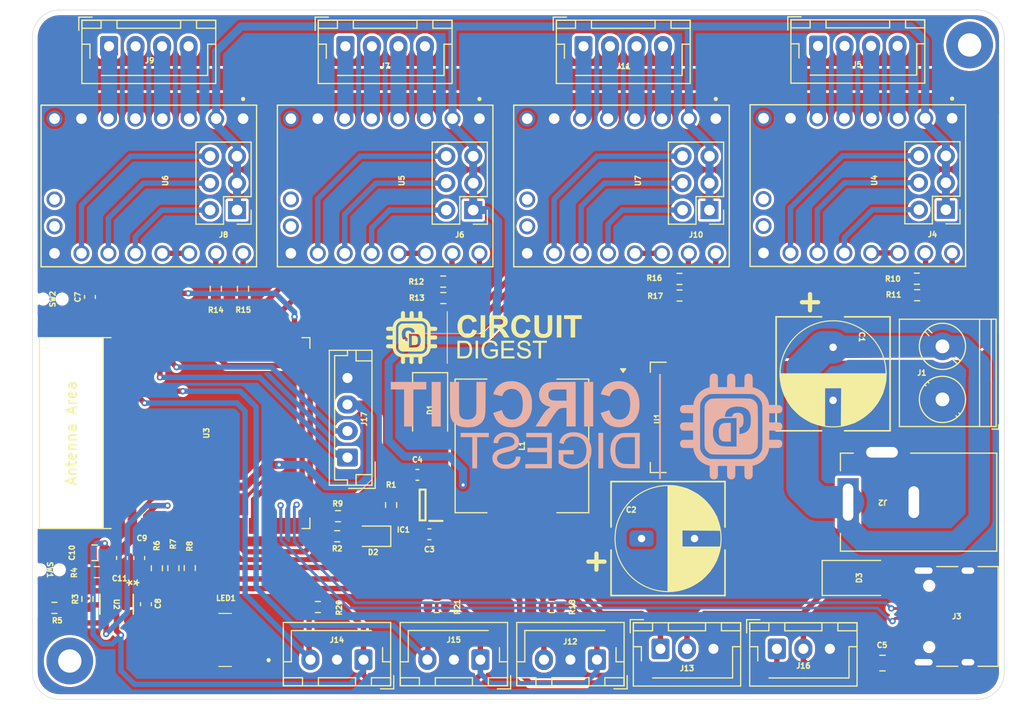
<source format=kicad_pcb>
(kicad_pcb (version 20240108) (generator "pcbnew") (generator_version "8.0")
  (layers (0 "F.Cu" signal) (31 "B.Cu" signal) (34 "B.Paste" user) (35 "F.Paste" user) (36 "B.SilkS" user "B.Silkscreen") (37 "F.SilkS" user "F.Silkscreen") (38 "B.Mask" user) (39 "F.Mask" user) (44 "Edge.Cuts" user))
  (net 0 "")
  (net 1 "VCC")
  (net 2 "GND")
  (net 3 "+5V")
  (net 4 "Net-(IC1-SENSE{slash}ADJ)")
  (net 5 "/EN")
  (net 6 "/IO9")
  (net 7 "Net-(U2-CDELAY)")
  (net 8 "+3.3V")
  (net 9 "Net-(D1-K)")
  (net 10 "Net-(D2-Pad2)")
  (net 11 "VBUS")
  (net 13 "/D-")
  (net 14 "/D+")
  (net 18 "Net-(J4-Pin_4)")
  (net 19 "Net-(J4-Pin_2)")
  (net 20 "Net-(J4-Pin_6)")
  (net 21 "Net-(J5-Pin_3)")
  (net 22 "Net-(J5-Pin_4)")
  (net 23 "Net-(J5-Pin_1)")
  (net 24 "Net-(J5-Pin_2)")
  (net 25 "Net-(J6-Pin_2)")
  (net 26 "Net-(J6-Pin_4)")
  (net 27 "Net-(J6-Pin_6)")
  (net 28 "Net-(J7-Pin_1)")
  (net 29 "Net-(J7-Pin_3)")
  (net 30 "Net-(J7-Pin_2)")
  (net 31 "Net-(J7-Pin_4)")
  (net 32 "Net-(J8-Pin_4)")
  (net 33 "Net-(J8-Pin_2)")
  (net 34 "Net-(J8-Pin_6)")
  (net 35 "Net-(J9-Pin_3)")
  (net 36 "Net-(J9-Pin_4)")
  (net 37 "Net-(J9-Pin_2)")
  (net 38 "Net-(J9-Pin_1)")
  (net 39 "Net-(J10-Pin_2)")
  (net 40 "Net-(J10-Pin_4)")
  (net 41 "Net-(J10-Pin_6)")
  (net 42 "Net-(J11-Pin_2)")
  (net 43 "Net-(J11-Pin_4)")
  (net 44 "Net-(J11-Pin_3)")
  (net 45 "Net-(J11-Pin_1)")
  (net 46 "/IO0")
  (net 47 "/IO1")
  (net 48 "/IO2")
  (net 49 "/IO3")
  (net 50 "/IO7")
  (net 51 "/RX")
  (net 52 "/TX")
  (net 53 "Net-(LED1-A_G)")
  (net 54 "Net-(LED1-A_B)")
  (net 55 "Net-(LED1-A_R)")
  (net 56 "Net-(U2-IN)")
  (net 57 "Net-(U3-MTMS{slash}GPIO4{slash}ADC1_CH4)")
  (net 58 "Net-(U3-MTDI{slash}GPIO5{slash}ADC1_CH5)")
  (net 59 "Net-(U3-MTCK{slash}GPIO6{slash}ADC1_CH6)")
  (net 60 "/IO8")
  (net 61 "/IO10")
  (net 62 "Net-(U4-STEP)")
  (net 63 "/IO11")
  (net 64 "Net-(U4-DIR)")
  (net 65 "Net-(U5-STEP)")
  (net 66 "/IO18")
  (net 67 "Net-(U5-DIR)")
  (net 68 "/IO19")
  (net 69 "Net-(U6-STEP)")
  (net 70 "/IO20")
  (net 71 "/IO21")
  (net 72 "Net-(U6-DIR)")
  (net 73 "Net-(U7-STEP)")
  (net 74 "/IO22")
  (net 75 "Net-(U7-DIR)")
  (net 76 "/IO23")
  (net 80 "Net-(U4-CLK)")
  (net 82 "Net-(U5-CLK)")
  (net 86 "Net-(U6-CLK)")
  (net 88 "Net-(U7-CLK)")
  (footprint "MountingHole:MountingHole_2.2mm_M2_Pad" (layer "F.Cu") (at 170.20972 50.19972)
    (property "Reference" "H1" (hide yes))
    (property "Value" "MountingHole")
  )
  (footprint "Connector_JST:JST_XH_B3B-XH-AM_1x03_P2.50mm_Vertical" (layer "F.Cu") (at 152.038126 107.13278)
    (property "Reference" "J16")
    (property "Value" "Conn_01x03")
  )
  (footprint "Capacitor_SMD:C_0805_2012Metric" (layer "F.Cu") (at 87.715206 98.07768 180)
    (property "Reference" "C10")
    (property "Value" "10uF")
  )
  (footprint "Resistor_SMD:R_0603_1608Metric" (layer "F.Cu") (at 83.925526 103.27452 180)
    (property "Reference" "R5")
    (property "Value" "10K")
  )
  (footprint "Capacitor_SMD:C_0603_1608Metric" (layer "F.Cu") (at 92.552606 102.92654 90)
    (property "Reference" "C8")
    (property "Value" "0.1uF")
  )
  (footprint "Capacitor_SMD:C_0603_1608Metric" (layer "F.Cu") (at 119.277 96.3337 180)
    (property "Reference" "C3")
    (property "Value" "2.2uF")
  )
  (footprint "Connector_JST:JST_EH_B4B-EH-A_1x04_P2.50mm_Vertical" (layer "F.Cu") (at 111.551806 89.09816 90)
    (property "Reference" "J17")
    (property "Value" "Conn_01x04")
  )
  (footprint "Connector_JST:JST_XH_B3B-XH-AM_1x03_P2.50mm_Vertical" (layer "F.Cu") (at 124.085186 108.15742 180)
    (property "Reference" "J15")
    (property "Value" "Conn_01x03")
  )
  (footprint "Connector_JST:JST_XH_B3B-XH-AM_1x03_P2.50mm_Vertical" (layer "F.Cu") (at 141.062839 107.131649)
    (property "Reference" "J13")
    (property "Value" "Conn_01x03")
  )
  (footprint "Diode_SMD:D_SMA" (layer "F.Cu") (at 159.819066 100.45258)
    (property "Reference" "D3")
    (property "Value" "SS34")
  )
  (footprint "Connector_USB:USB_C_Receptacle_HRO_TYPE-C-31-M-12" (layer "F.Cu") (at 169.000246 104.0797 90)
    (property "Reference" "J3")
    (property "Value" "USB_C_Receptacle_USB2.0")
  )
  (footprint "LED_SMD:LED_0805_2012Metric" (layer "F.Cu") (at 113.95126 96.51916 180)
    (property "Reference" "D2")
    (property "Value" "LED")
  )
  (footprint "Resistor_SMD:R_0603_1608Metric" (layer "F.Cu") (at 96.68688 99.51382 90)
    (property "Reference" "R8")
    (property "Value" "1K")
  )
  (footprint "TMC2209_SILENTSTEPSTICK:MODULE_TMC2209_SILENTSTEPSTICK" (layer "F.Cu") (at 138.948686 62.99408 90)
    (property "Reference" "U7")
    (property "Value" "TMC2209_SILENTSTEPSTICK")
  )
  (footprint "Resistor_SMD:R_0603_1608Metric" (layer "F.Cu") (at 130.816486 103.1925 180)
    (property "Reference" "R18")
    (property "Value" "10K")
  )
  (footprint "3x4x2:Tactile 3x4x2mm TS-A010" (layer "F.Cu") (at 83.754046 74.1585 -90)
    (property "Reference" "SW2")
    (property "Value" "BOOT")
  )
  (footprint "Connector_JST:JST_XH_B3B-XH-AM_1x03_P2.50mm_Vertical" (layer "F.Cu") (at 135.074306 108.15742 180)
    (property "Reference" "J12")
    (property "Value" "Conn_01x03")
  )
  (footprint "TMC2209_SILENTSTEPSTICK:MODULE_TMC2209_SILENTSTEPSTICK" (layer "F.Cu") (at 116.666113 62.99408 90)
    (property "Reference" "U5")
    (property "Value" "TMC2209_SILENTSTEPSTICK")
  )
  (footprint "TerminalBlock_Phoenix:TerminalBlock_Phoenix_PT-1,5-2-5.0-H_1x02_P5.00mm_Horizontal" (layer "F.Cu") (at 167.650246 83.6162 90)
    (property "Reference" "J1")
    (property "Value" "Screw_Terminal_2_P5.00mm")
  )
  (footprint "330uf 35v:CAP_J-V_10X10P5_RUB" (layer "F.Cu") (at 157.337466 81.2051 -90)
    (property "Reference" "C1")
    (property "Value" "330uF")
  )
  (footprint "Inductor_SMD:L_12x12mm_H8mm" (layer "F.Cu") (at 128 88 -90)
    (property "Reference" "L1")
    (property "Value" "47uH")
  )
  (footprint "330uf 35v:CAP_J-V_10X10P5_RUB" (layer "F.Cu") (at 141.77696 96.7376)
    (property "Reference" "C2")
    (property "Value" "330uF")
  )
  (footprint "MountingHole:MountingHole_2.2mm_M2_Pad" (layer "F.Cu") (at 85.37118 108.2819)
    (property "Reference" "H2" (hide yes))
    (property "Value" "MountingHole")
  )
  (footprint "Resistor_SMD:R_0603_1608Metric" (layer "F.Cu") (at 120.59082 74.06302)
    (property "Reference" "R13")
    (property "Value" "1K")
  )
  (footprint "Connector_PinHeader_2.54mm:PinHeader_2x03_P2.54mm_Vertical" (layer "F.Cu") (at 167.97452 65.73356 180)
    (property "Reference" "J4")
    (property "Value" "Conn_02x03_Top_Bottom")
  )
  (footprint "Resistor_SMD:R_0603_1608Metric" (layer "F.Cu") (at 87.037026 102.42489 90)
    (property "Reference" "R3")
    (property "Value" "47K")
  )
  (footprint "Connector_JST:JST_XH_B4B-XH-AM_1x04_P2.50mm_Vertical" (layer "F.Cu") (at 89.07354 50.32496)
    (property "Reference" "J9")
    (property "Value" "Conn_01x04")
  )
  (footprint "Connector_JST:JST_XH_B4B-XH-AM_1x04_P2.50mm_Vertical" (layer "F.Cu") (at 111.356113 50.32496)
    (property "Reference" "J7")
    (property "Value" "Conn_01x04")
  )
  (footprint "Connector_JST:JST_XH_B3B-XH-AM_1x03_P2.50mm_Vertical" (layer "F.Cu") (at 113.063686 108.15742 180)
    (property "Reference" "J14")
    (property "Value" "Conn_01x03")
  )
  (footprint "Capacitor_SMD:C_0603_1608Metric" (layer "F.Cu") (at 118.1467 90.733)
    (property "Reference" "C4")
    (property "Value" "NC")
  )
  (footprint "Resistor_SMD:R_0603_1608Metric" (layer "F.Cu") (at 110.660266 94.62582 180)
    (property "Reference" "R9")
    (property "Value" "10K")
  )
  (footprint "TMC2209_SILENTSTEPSTICK:MODULE_TMC2209_SILENTSTEPSTICK" (layer "F.Cu") (at 161.23126 62.96106 90)
    (property "Reference" "U4")
    (property "Value" "TMC2209_SILENTSTEPSTICK")
  )
  (footprint "Diode_SMD:D_SMA" (layer "F.Cu") (at 119.34368 84.60504 -90)
    (property "Reference" "D1")
    (property "Value" "SS34")
  )
  (footprint "Resistor_SMD:R_0603_1608Metric" (layer "F.Cu") (at 142.86154 73.82426)
    (property "Reference" "R17")
    (property "Value" "1K")
  )
  (footprint "Resistor_SMD:R_0603_1608Metric" (layer "F.Cu") (at 99.14052 73.18164 90)
    (property "Reference" "R14")
    (property "Value" "1K")
  )
  (footprint "Resistor_SMD:R_0603_1608Metric" (layer "F.Cu") (at 101.70338 73.18164 90)
    (property "Reference" "R15")
    (property "Value" "1K")
  )
  (footprint "Resistor_SMD:R_0603_1608Metric" (layer "F.Cu") (at 95.13994 99.52906 90)
    (property "Reference" "R7")
    (property "Value" "1K")
  )
  (footprint "Resistor_SMD:R_0603_1608Metric" (layer "F.Cu") (at 142.86154 72.25962)
    (property "Reference" "R16")
    (property "Value" "1K")
  )
  (footprint "Resistor_SMD:R_0603_1608Metric" (layer "F.Cu") (at 115.66766 93.57276 90)
    (property "Reference" "R1")
    (property "Value" "0")
  )
  (footprint "Resistor_SMD:R_0603_1608Metric" (layer "F.Cu") (at 87.923486 99.89886 180)
    (property "Reference" "R4")
    (property "Value" "10K")
  )
  (footprint "Resistor_SMD:R_0603_1608Metric" (layer "F.Cu") (at 165.265186 73.79274)
    (property "Reference" "R11")
    (property "Value" "1K")
  )
  (footprint "Capacitor_SMD:C_0603_1608Metric" (layer "F.Cu") (at 87.274486 73.9556 -90)
    (property "Reference" "C7")
    (property "Value" "0.1uF")
  )
  (footprint "Connector_PinHeader_2.54mm:PinHeader_2x03_P2.54mm_Vertical" (layer "F.Cu") (at 145.684246 65.76658 180)
    (property "Reference" "J10")
    (property "Value" "Conn_02x03_Top_Bottom")
  )
  (footprint "MAX6899AAZT_T:MAX6899AAZT+T" (layer "F.Cu") (at 89.782766 102.92654 -90)
    (property "Reference" "U2")
    (property "Value" "MAX6899AAZT+T")
  )
  (footprint "Espressif:ESP32-C6-WROOM-1" (layer "F.Cu") (at 98.262446 86.79276 90)
    (property "Reference" "U3")
    (property "Value" "ESP32-C6-WROOM-1")
  )
  (footprint "5050 LED:150505M173300" (layer "F.Cu") (at 100.018026 106.29712 180)
    (property "Reference" "LED1")
    (property "Value" "150505M173300" (hide yes))
  )
  (footprint "Connector_PinHeader_2.54mm:PinHeader_2x03_P2.54mm_Vertical" (layer "F.Cu") (at 101.1395 65.76658 180)
    (property "Reference" "J8")
    (property "Value" "Conn_02x03_Top_Bottom")
  )
  (footprint "Capacitor_SMD:C_0603_1608Metric" (layer "F.Cu") (at 91.923986 98.57044 -90)
    (property "Reference" "C9")
    (property "Value" "0.1uF")
  )
  (footprint "Resistor_SMD:R_0603_1608Metric" (layer "F.Cu") (at 93.581146 99.53564 90)
    (property "Reference" "R6")
    (property "Value" "1K")
  )
  (footprint "Connector_JST:JST_XH_B4B-XH-AM_1x04_P2.50mm_Vertical" (layer "F.Cu") (at 155.92126 50.29194)
    (property "Reference" "J5")
    (property "Value" "Conn_01x04")
  )
  (footprint "Resistor_SMD:R_0603_1608Metric" (layer "F.Cu") (at 120.5832 72.50854)
    (property "Reference" "R12")
    (property "Value" "1K")
  )
  (footprint "Resistor_SMD:R_0603_1608Metric" (layer "F.Cu") (at 165.237246 72.23572)
    (property "Reference" "R10")
    (property "Value" "1K")
  )
  (footprint "Capacitor_SMD:C_0603_1608Metric" (layer "F.Cu") (at 90.295846 98.57044 -90)
    (property "Reference" "C11")
    (property "Value" "0.1uF")
  )
  (footprint "Package_TO_SOT_SMD:TO-263-5_TabPin3" (layer "F.Cu") (at 144.92862 85.31136)
    (property "Reference" "U1")
    (property "Value" "LM2596S-5")
  )
  (footprint "Resistor_SMD:R_0603_1608Metric" (layer "F.Cu") (at 108.762186 103.1925 180)
    (property "Reference" "R20")
    (property "Value" "10K")
  )
  (footprint "Connector_PinHeader_2.54mm:PinHeader_2x03_P2.54mm_Vertical" (layer "F.Cu") (at 123.409373 65.76658 180)
    (property "Reference" "J6")
    (property "Value" "Conn_02x03_Top_Bottom")
  )
  (footprint "3x4x2:Tactile 3x4x2mm TS-A010" (layer "F.Cu") (at 83.491186 99.68296 -90)
    (property "Reference" "SW1")
    (property "Value" "RST")
  )
  (footprint "TMC2209_SILENTSTEPSTICK:MODULE_TMC2209_SILENTSTEPSTICK" (layer "F.Cu") (at 94.38354 62.99408 90)
    (property "Reference" "U6")
    (property "Value" "TMC2209_SILENTSTEPSTICK")
  )
  (footprint "Capacitor_SMD:C_0805_2012Metric" (layer "F.Cu") (at 161.996206 108.47898)
    (property "Reference" "C5")
    (property "Value" "10uF")
  )
  (footprint "Resistor_SMD:R_0603_1608Metric" (layer "F.Cu") (at 110.58346 96.51916)
    (property "Reference" "R2")
    (property "Value" "10K")
  )
  (footprint "Connector_BarrelJack:BarrelJack_Kycon_KLDX-0202-xC_Horizontal" (layer "F.Cu") (at 158.750246 93.30304 180)
    (property "Reference" "J2")
    (property "Value" "Barrel_Jack_Switch")
  )
  (footprint "Resistor_SMD:R_0603_1608Metric" (layer "F.Cu") (at 119.964666 103.1925 180)
    (property "Reference" "R21")
    (property "Value" "10K")
  )
  (footprint "ADP7118AUJZ-3.3-R7:SOT95P280X100-5N" (layer "F.Cu") (at 118.63724 93.57276 180)
    (property "Reference" "IC1")
    (property "Value" "ADP7118AUJZ-3.3-R7" (hide yes))
  )
  (footprint "Connector_JST:JST_XH_B4B-XH-AM_1x04_P2.50mm_Vertical" (layer "F.Cu") (at 133.806326 50.32496)
    (property "Reference" "J11")
    (property "Value" "Conn_01x04")
  )
  (footprint "LOGO" (layer "F.Cu") (at 124.41582 77.7828)
    (property "Reference" "G***" (hide yes))
    (property "Value" "LOGO" (hide yes))
  )
  (footprint "LOGO" (layer "B.Cu") (at 134.10582 86.1728 180)
    (property "Reference" "G***" (hide yes))
    (property "Value" "LOGO" (hide yes))
  )
  (gr_arc (start 170.92092 46.9028) (mid 172.725951 47.650469) (end 173.47362 49.4555) (stroke (width 0.05)) (layer "Edge.Cuts"))
  (gr_line (start 84.40852 111.90394) (end 170.92092 111.90394) (stroke (width 0.05)) (layer "Edge.Cuts"))
  (gr_arc (start 173.47362 109.35124) (mid 172.725937 111.156246) (end 170.92092 111.90394) (stroke (width 0.05)) (layer "Edge.Cuts"))
  (gr_line (start 170.92092 46.9028) (end 84.40852 46.9028) (stroke (width 0.05)) (layer "Edge.Cuts"))
  (gr_line (start 173.47362 109.35124) (end 173.47362 49.4555) (stroke (width 0.05)) (layer "Edge.Cuts"))
  (gr_arc (start 84.40852 111.90394) (mid 82.603489 111.156271) (end 81.85582 109.35124) (stroke (width 0.05)) (layer "Edge.Cuts"))
  (gr_arc (start 81.85582 49.4555) (mid 82.603489 47.650469) (end 84.40852 46.9028) (stroke (width 0.05)) (layer "Edge.Cuts"))
  (gr_line (start 81.85582 49.4555) (end 81.85582 109.35124) (stroke (width 0.05)) (layer "Edge.Cuts"))
  (segment (start 83.93354 55.36608) (end 83.93354 57.14408) (width 2.032) (layer "F.Cu") (net 1))
  (segment (start 106.216113 57.14408) (end 106.216113 53.617713) (width 2.032) (layer "F.Cu") (net 1))
  (segment (start 167.650246 78.6162) (end 170.05328 78.6162) (width 2.032) (layer "F.Cu") (net 1))
  (segment (start 171.5229 57.00946) (end 167.9669 53.45346) (width 2.032) (layer "F.Cu") (net 1))
  (segment (start 150.78126 53.49664) (end 150.73808 53.45346) (width 2.032) (layer "F.Cu") (net 1))
  (segment (start 106.216113 53.617713) (end 106.05186 53.45346) (width 2.032) (layer "F.Cu") (net 1))
  (segment (start 85.84616 53.45346) (end 83.93354 55.36608) (width 2.032) (layer "F.Cu") (net 1))
  (segment (start 171.5229 77.14658) (end 171.5229 57.00946) (width 2.032) (layer "F.Cu") (net 1))
  (segment (start 106.05186 53.45346) (end 85.84616 53.45346) (width 2.032) (layer "F.Cu") (net 1))
  (segment (start 167.9669 53.45346) (end 150.73808 53.45346) (width 2.032) (layer "F.Cu") (net 1))
  (segment (start 128.498686 57.14408) (end 128.498686 53.634646) (width 2.032) (layer "F.Cu") (net 1))
  (segment (start 128.498686 53.634646) (end 128.3175 53.45346) (width 2.032) (layer "F.Cu") (net 1))
  (segment (start 170.05328 78.6162) (end 171.5229 77.14658) (width 2.032) (layer "F.Cu") (net 1))
  (segment (start 128.3175 53.45346) (end 106.05186 53.45346) (width 2.032) (layer "F.Cu") (net 1))
  (segment (start 150.78126 57.11106) (end 150.78126 53.49664) (width 2.032) (layer "F.Cu") (net 1))
  (segment (start 150.73808 53.45346) (end 128.3175 53.45346) (width 2.032) (layer "F.Cu") (net 1))
  (segment (start 167.650246 78.6162) (end 157.426366 78.6162) (width 2.032) (layer "B.Cu") (net 1))
  (segment (start 160.16656 97.0297) (end 158.750246 95.613386) (width 2.032) (layer "B.Cu") (net 1))
  (segment (start 154.45156 91.88112) (end 155.87348 93.30304) (width 3.048) (layer "B.Cu") (net 1))
  (segment (start 169.47462 78.6162) (end 171.14952 80.2911) (width 2.032) (layer "B.Cu") (net 1))
  (segment (start 171.10888 81.70842) (end 171.10888 94.9215) (width 2.032) (layer "B.Cu") (net 1))
  (segment (start 158.750246 95.613386) (end 158.750246 93.30304) (width 2.032) (layer "B.Cu") (net 1))
  (segment (start 171.10888 94.9215) (end 169.00068 97.0297) (width 2.032) (layer "B.Cu") (net 1))
  (segment (start 171.14952 80.2911) (end 171.14952 81.66778) (width 2.032) (layer "B.Cu") (net 1))
  (segment (start 155.87348 93.30304) (end 158.750246 93.30304) (width 3.048) (layer "B.Cu") (net 1))
  (segment (start 156.40332 78.7051) (end 154.45156 80.65686) (width 3.048) (layer "B.Cu") (net 1))
  (segment (start 167.650246 78.6162) (end 169.47462 78.6162) (width 2.032) (layer "B.Cu") (net 1))
  (segment (start 169.00068 97.0297) (end 160.16656 97.0297) (width 2.032) (layer "B.Cu") (net 1))
  (segment (start 154.45156 80.65686) (end 154.45156 91.88112) (width 3.048) (layer "B.Cu") (net 1))
  (segment (start 171.14952 81.66778) (end 171.10888 81.70842) (width 2.032) (layer "B.Cu") (net 1))
  (segment (start 157.426366 78.6162) (end 157.337466 78.7051) (width 2.032) (layer "B.Cu") (net 1))
  (segment (start 157.337466 78.7051) (end 156.40332 78.7051) (width 3.048) (layer "B.Cu") (net 1))
  (segment (start 146.42862 85.31136) (end 137.27862 85.31136) (width 1.143) (layer "F.Cu") (net 2))
  (segment (start 143.37862 88.71136) (end 144.00362 88.08636) (width 1.27) (layer "F.Cu") (net 2))
  (segment (start 137.27862 88.71136) (end 143.37862 88.71136) (width 1.143) (layer "F.Cu") (net 2))
  (segment (start 154.471646 103.8) (end 155.085823 103.185823) (width 0.508) (layer "F.Cu") (net 3))
  (segment (start 154.538126 107.13278) (end 154.538126 103.73352) (width 0.508) (layer "F.Cu") (net 3))
  (segment (start 160.529546 108.99564) (end 155.2796 108.99564) (width 0.508) (layer "F.Cu") (net 3))
  (segment (start 161.046206 108.47898) (end 160.529546 108.99564) (width 0.508) (layer "F.Cu") (net 3))
  (segment (start 155.2796 108.99564) (end 154.538126 108.254166) (width 0.508) (layer "F.Cu") (net 3))
  (segment (start 128 92.95) (end 123.72472 92.95) (width 0.762) (layer "F.Cu") (net 3))
  (segment (start 145.2 103.8) (end 154.471646 103.8) (width 0.508) (layer "F.Cu") (net 3))
  (segment (start 155.085823 103.185823) (end 157.819066 100.45258) (width 0.508) (layer "F.Cu") (net 3))
  (segment (start 123.72472 92.95) (end 122.45264 91.67792) (width 0.762) (layer "F.Cu") (net 3))
  (segment (start 143.562839 107.131649) (end 143.562839 105.437161) (width 0.508) (layer "F.Cu") (net 3))
  (segment (start 154.538126 108.254166) (end 154.538126 107.13278) (width 0.508) (layer "F.Cu") (net 3))
  (segment (start 143.562839 105.437161) (end 145.2 103.8) (width 0.508) (layer "F.Cu") (net 3))
  (segment (start 154.538126 103.73352) (end 155.085823 103.185823) (width 0.508) (layer "F.Cu") (net 3))
  (via (at 122.45264 91.67792) (size 0.6) (drill 0.3) (layers "F.Cu" "B.Cu") (net 3))
  (segment (start 99.17354 57.7105) (end 101.1395 59.67646) (width 0.762) (layer "B.Cu") (net 3))
  (segment (start 145.684246 60.68658) (end 145.684246 65.76658) (width 0.762) (layer "B.Cu") (net 3))
  (segment (start 143.65402 48.45474) (end 121.38584 48.45474) (width 0.762) (layer "B.Cu") (net 3))
  (segment (start 121.456113 57.14408) (end 121.456113 48.525013) (width 0.762) (layer "B.Cu") (net 3))
  (segment (start 115.43462 80.11838) (end 117.5098 78.0432) (width 0.762) (layer "B.Cu") (net 3))
  (segment (start 121.456113 57.768073) (end 123.409373 59.721333) (width 0.762) (layer "B.Cu") (net 3))
  (segment (start 122.45264 91.67792) (end 122.45264 90.25806) (width 0.762) (layer "B.Cu") (net 3))
  (segment (start 125.63272 73.91316) (end 125.7521 73.79378) (width 0.762) (layer "B.Cu") (net 3))
  (segment (start 115.43462 87.51486) (end 115.43462 80.11838) (width 0.762) (layer "B.Cu") (net 3))
  (segment (start 143.738686 57.14408) (end 143.738686 57.675786) (width 0.762) (layer "B.Cu") (net 3))
  (segment (start 167.97452 59.46564) (end 167.97452 60.65356) (width 0.762) (layer "B.Cu") (net 3))
  (segment (start 124.22556 78.0432) (end 125.63272 76.63604) (width 0.762) (layer "B.Cu") (net 3))
  (segment (start 125.7521 66.8418) (end 124.67688 65.76658) (width 0.762) (layer "B.Cu") (net 3))
  (segment (start 166.02126 57.51238) (end 167.97452 59.46564) (width 0.762) (layer "B.Cu") (net 3))
  (segment (start 99.17354 57.14408) (end 99.17354 57.7105) (width 0.762) (layer "B.Cu") (net 3))
  (segment (start 121.18264 88.98806) (end 116.90782 88.98806) (width 0.762) (layer "B.Cu") (net 3))
  (segment (start 122.45264 90.25806) (end 121.18264 88.98806) (width 0.762) (layer "B.Cu") (net 3))
  (segment (start 121.456113 48.525013) (end 121.38584 48.45474) (width 0.762) (layer "B.Cu") (net 3))
  (segment (start 166.02126 57.11106) (end 166.02126 49.81364) (width 0.762) (layer "B.Cu") (net 3))
  (segment (start 116.90782 88.98806) (end 115.43462 87.51486) (width 0.762) (layer "B.Cu") (net 3))
  (segment (start 166.02126 49.81364) (end 164.66236 48.45474) (width 0.762) (layer "B.Cu") (net 3))
  (segment (start 143.738686 57.14408) (end 143.738686 48.539406) (width 0.762) (layer "B.Cu") (net 3))
  (segment (start 123.409373 60.68658) (end 123.409373 65.76658) (width 0.762) (layer "B.Cu") (net 3))
  (segment (start 125.63272 76.63604) (end 125.63272 73.91316) (width 0.762) (layer "B.Cu") (net 3))
  (segment (start 121.456113 57.14408) (end 121.456113 57.768073) (width 0.762) (layer "B.Cu") (net 3))
  (segment (start 101.1395 59.67646) (end 101.1395 60.68658) (width 0.762) (layer "B.Cu") (net 3))
  (segment (start 101.5332 48.45474) (end 99.17354 50.8144) (width 0.762) (layer "B.Cu") (net 3))
  (segment (start 125.7521 73.79378) (end 125.7521 66.8418) (width 0.762) (layer "B.Cu") (net 3))
  (segment (start 143.738686 57.675786) (end 145.684246 59.621346) (width 0.762) (layer "B.Cu") (net 3))
  (segment (start 166.02126 57.11106) (end 166.02126 57.51238) (width 0.762) (layer "B.Cu") (net 3))
  (segment (start 124.67688 65.76658) (end 123.409373 65.76658) (width 0.762) (layer "B.Cu") (net 3))
  (segment (start 143.738686 48.539406) (end 143.65402 48.45474) (width 0.762) (layer "B.Cu") (net 3))
  (segment (start 123.409373 59.721333) (end 123.409373 60.68658) (width 0.762) (layer "B.Cu") (net 3))
  (segment (start 121.38584 48.45474) (end 101.5332 48.45474) (width 0.762) (layer "B.Cu") (net 3))
  (segment (start 101.1395 60.68658) (end 101.1395 65.76658) (width 0.762) (layer "B.Cu") (net 3))
  (segment (start 164.66236 48.45474) (end 143.65402 48.45474) (width 0.762) (layer "B.Cu") (net 3))
  (segment (start 117.5098 78.0432) (end 124.22556 78.0432) (width 0.762) (layer "B.Cu") (net 3))
  (segment (start 145.684246 59.621346) (end 145.684246 60.68658) (width 0.762) (layer "B.Cu") (net 3))
  (segment (start 167.97452 60.65356) (end 167.97452 65.73356) (width 0.762) (layer "B.Cu") (net 3))
  (segment (start 99.17354 50.8144) (end 99.17354 57.14408) (width 0.762) (layer "B.Cu") (net 3))
  (segment (start 117.3717 90.733) (end 117.3717 92.60722) (width 0.508) (layer "F.Cu") (net 4))
  (segment (start 117.26224 92.74776) (end 117.38724 92.62276) (width 0.508) (layer "F.Cu") (net 4))
  (segment (start 115.66766 92.74776) (end 117.26224 92.74776) (width 0.508) (layer "F.Cu") (net 4))
  (segment (start 117.3717 92.60722) (end 117.38724 92.62276) (width 0.508) (layer "F.Cu") (net 4))
  (segment (start 83.100526 102.17362) (end 83.491186 101.78296) (width 0.508) (layer "F.Cu") (net 5))
  (segment (start 88.80018 104.222775) (end 88.832765 104.19019) (width 0.508) (layer "F.Cu") (net 5))
  (segment (start 92.542446 94.59676) (end 93.508026 93.63118) (width 0.508) (layer "F.Cu") (net 5))
  (segment (start 92.542446 97.17698) (end 91.923986 97.79544) (width 0.508) (layer "F.Cu") (net 5))
  (segment (start 93.508026 93.63118) (end 94.5863 93.63118) (width 0.508) (layer "F.Cu") (net 5))
  (segment (start 83.100526 103.27452) (end 83.100526 102.17362) (width 0.508) (layer "F.Cu") (net 5))
  (segment (start 92.542446 95.54276) (end 92.542446 97.17698) (width 0.508) (layer "F.Cu") (net 5))
  (segment (start 83.100526 104.035126) (end 83.76082 104.69542) (width 0.508) (layer "F.Cu") (net 5))
  (segment (start 88.80018 105.73428) (end 88.80018 104.222775) (width 0.508) (layer "F.Cu") (net 5))
  (segment (start 92.542446 95.54276) (end 92.542446 94.59676) (width 0.508) (layer "F.Cu") (net 5))
  (segment (start 88.327535 104.69542) (end 88.832765 104.19019) (width 0.508) (layer "F.Cu") (net 5))
  (segment (start 83.100526 103.27452) (end 83.100526 104.035126) (width 0.508) (layer "F.Cu") (net 5))
  (segment (start 83.76082 104.69542) (end 88.327535 104.69542) (width 0.508) (layer "F.Cu") (net 5))
  (via (at 88.80018 105.73428) (size 0.6) (drill 0.3) (layers "F.Cu" "B.Cu") (net 5))
  (via (at 94.5863 93.63118) (size 0.6) (drill 0.3) (layers "F.Cu" "B.Cu") (net 5))
  (segment (start 92.64066 93.64388) (end 90.789 95.49554) (width 0.508) (layer "B.Cu") (net 5))
  (segment (start 93.13342 93.64388) (end 92.64066 93.64388) (width 0.508) (layer "B.Cu") (net 5))
  (segment (start 93.14612 93.63118) (end 93.13342 93.64388) (width 0.508) (layer "B.Cu") (net 5))
  (segment (start 90.789 95.49554) (end 90.789 103.74038) (width 0.508) (layer "B.Cu") (net 5))
  (segment (start 94.5863 93.63118) (end 93.14612 93.63118) (width 0.508) (layer "B.Cu") (net 5))
  (segment (start 88.80018 105.7292) (end 88.80018 105.73428) (width 0.508) (layer "B.Cu") (net 5))
  (segment (start 90.789 103.74038) (end 88.80018 105.7292) (width 0.508) (layer "B.Cu") (net 5))
  (segment (start 88.34298 74.82248) (end 89.55202 73.61344) (width 0.508) (layer "F.Cu") (net 6))
  (segment (start 85.746586 76.2585) (end 87.274486 74.7306) (width 0.508) (layer "F.Cu") (net 6))
  (segment (start 89.55202 73.61344) (end 96.54464 73.61344) (width 0.508) (layer "F.Cu") (net 6))
  (segment (start 83.754046 76.2585) (end 85.746586 76.2585) (width 0.508) (layer "F.Cu") (net 6))
  (segment (start 87.274486 74.7306) (end 87.366366 74.82248) (width 0.508) (layer "F.Cu") (net 6))
  (segment (start 106.55986 75.8207) (end 106.55986 77.995346) (width 0.508) (layer "F.Cu") (net 6))
  (segment (start 106.55986 77.995346) (end 106.512446 78.04276) (width 0.508) (layer "F.Cu") (net 6))
  (segment (start 87.366366 74.82248) (end 88.34298 74.82248) (width 0.508) (layer "F.Cu") (net 6))
  (via (at 106.55986 75.8207) (size 0.6) (drill 0.3) (layers "F.Cu" "B.Cu") (net 6))
  (via (at 96.54464 73.61344) (size 0.6) (drill 0.3) (layers "F.Cu" "B.Cu") (net 6))
  (segment (start 106.14076 74.98504) (end 106.55986 75.40414) (width 0.508) (layer "B.Cu") (net 6))
  (segment (start 96.54464 73.61344) (end 104.76916 73.61344) (width 0.508) (layer "B.Cu") (net 6))
  (segment (start 104.76916 73.61344) (end 106.14076 74.98504) (width 0.508) (layer "B.Cu") (net 6))
  (segment (start 106.55986 75.40414) (end 106.55986 75.8207) (width 0.508) (layer "B.Cu") (net 6))
  (segment (start 91.221417 103.70154) (end 90.732767 104.19019) (width 0.508) (layer "F.Cu") (net 7))
  (segment (start 92.552606 103.70154) (end 91.221417 103.70154) (width 0.508) (layer "F.Cu") (net 7))
  (segment (start 113.063686 105.098166) (end 113.063686 108.15742) (width 0.508) (layer "F.Cu") (net 8))
  (segment (start 89.782766 105.436706) (end 90.1921 105.84604) (width 0.508) (layer "F.Cu") (net 8))
  (segment (start 89.782766 104.19019) (end 89.782766 105.436706) (width 0.508) (layer "F.Cu") (net 8))
  (segment (start 93.14104 91.84048) (end 91.272446 93.709074) (width 0.762) (layer "F.Cu") (net 8))
  (segment (start 111.15802 103.1925) (end 113.063686 105.098166) (width 0.508) (layer "F.Cu") (net 8))
  (segment (start 88.665206 97.190074) (end 88.665206 98.07768) (width 0.508) (layer "F.Cu") (net 8))
  (segment (start 88.67064 97.18464) (end 88.665206 97.190074) (width 0.508) (layer "F.Cu") (net 8))
  (segment (start 117.38724 94.52276) (end 115.79266 94.52276) (width 0.762) (layer "F.Cu") (net 8))
  (segment (start 131.641486 103.1925) (end 132.5499 103.1925) (width 0.508) (layer "F.Cu") (net 8))
  (segment (start 111.485266 94.118514) (end 114.27384 91.32994) (width 0.762) (layer "F.Cu") (net 8))
  (segment (start 101.87102 91.84048) (end 93.14104 91.84048) (width 0.762) (layer "F.Cu") (net 8))
  (segment (start 122.26544 103.1925) (end 124.085186 105.012246) (width 0.508) (layer "F.Cu") (net 8))
  (segment (start 112.9882 84.09816) (end 111.551806 84.09816) (width 0.762) (layer "F.Cu") (net 8))
  (segment (start 123.3391 110.31898) (end 124.085186 109.572894) (width 0.508) (layer "F.Cu") (net 8))
  (segment (start 124.085186 109.572894) (end 124.085186 108.15742) (width 0.508) (layer "F.Cu") (net 8))
  (segment (start 115.66766 94.39776) (end 111.713326 94.39776) (width 0.762) (layer "F.Cu") (net 8))
  (segment (start 109.75846 96.51916) (end 109.75846 96.352626) (width 0.762) (layer "F.Cu") (net 8))
  (segment (start 114.27384 91.32994) (end 114.27384 85.3838) (width 0.762) (layer "F.Cu") (net 8))
  (segment (start 90.295846 97.703194) (end 91.28684 96.7122) (width 0.762) (layer "F.Cu") (net 8))
  (segment (start 89.782766 104.19019) (end 89.782766 103.406641) (width 0.508) (layer "F.Cu") (net 8))
  (segment (start 124.085186 105.012246) (end 124.085186 108.15742) (width 0.508) (layer "F.Cu") (net 8))
  (segment (start 89.369745 102.99362) (end 87.293296 102.99362) (width 0.508) (layer "F.Cu") (net 8))
  (segment (start 89.782766 103.406641) (end 89.369745 102.99362) (width 0.508) (layer "F.Cu") (net 8))
  (segment (start 88.665206 98.07768) (end 90.013606 98.07768) (width 0.762) (layer "F.Cu") (net 8))
  (segment (start 135.074306 105.716906) (end 135.074306 108.15742) (width 0.508) (layer "F.Cu") (net 8))
  (segment (start 109.587186 103.1925) (end 111.15802 103.1925) (width 0.508) (layer "F.Cu") (net 8))
  (segment (start 105.10952 89.78816) (end 103.92334 89.78816) (width 0.762) (layer "F.Cu") (net 8))
  (segment (start 91.272446 93.709074) (end 91.272446 95.54276) (width 0.762) (layer "F.Cu") (net 8))
  (segment (start 114.27384 85.3838) (end 112.9882 84.09816) (width 0.762) (layer "F.Cu") (net 8))
  (segment (start 113.063686 109.599046) (end 113.78362 110.31898) (width 0.508) (layer "F.Cu") (net 8))
  (segment (start 113.063686 108.15742) (end 113.063686 109.599046) (width 0.508) (layer "F.Cu") (net 8))
  (segment (start 111.485266 94.62582) (end 111.485266 94.118514) (width 0.762) (layer "F.Cu") (net 8))
  (segment (start 120.789666 103.1925) (end 122.26544 103.1925) (width 0.508) (layer "F.Cu") (net 8))
  (segment (start 103.92334 89.78816) (end 101.87102 91.84048) (width 0.762) (layer "F.Cu") (net 8))
  (segment (start 115.79266 94.52276) (end 115.66766 94.39776) (width 0.762) (layer "F.Cu") (net 8))
  (segment (start 132.5499 103.1925) (end 135.074306 105.716906) (width 0.508) (layer "F.Cu") (net 8))
  (segment (start 90.013606 98.07768) (end 90.295846 97.79544) (width 0.762) (layer "F.Cu") (net 8))
  (segment (start 113.78362 110.31898) (end 123.3391 110.31898) (width 0.508) (layer "F.Cu") (net 8))
  (segment (start 87.037026 103.24989) (end 84.775156 103.24989) (width 0.508) (layer "F.Cu") (net 8))
  (segment (start 111.713326 94.39776) (end 111.485266 94.62582) (width 0.762) (layer "F.Cu") (net 8))
  (segment (start 87.293296 102.99362) (end 87.037026 103.24989) (width 0.508) (layer "F.Cu") (net 8))
  (segment (start 84.775156 103.24989) (end 84.750526 103.27452) (width 0.508) (layer "F.Cu") (net 8))
  (segment (start 91.272446 96.697806) (end 91.272446 95.54276) (width 0.762) (layer "F.Cu") (net 8))
  (segment (start 90.295846 97.79544) (end 90.295846 97.703194) (width 0.762) (layer "F.Cu") (net 8))
  (segment (start 109.75846 96.352626) (end 111.485266 94.62582) (width 0.635) (layer "F.Cu") (net 8))
  (segment (start 91.28684 96.7122) (end 91.272446 96.697806) (width 0.762) (layer "F.Cu") (net 8))
  (via (at 105.10952 89.78816) (size 0.6) (drill 0.3) (layers "F.Cu" "B.Cu") (net 8))
  (via (at 90.1921 105.84604) (size 0.6) (drill 0.3) (layers "F.Cu" "B.Cu") (net 8))
  (via (at 88.67064 97.18464) (size 0.6) (drill 0.3) (layers "F.Cu" "B.Cu") (net 8))
  (segment (start 88.67064 97.18464) (end 87.9188 97.18464) (width 0.508) (layer "B.Cu") (net 8))
  (segment (start 105.10952 89.78816) (end 107.50474 89.78816) (width 0.762) (layer "B.Cu") (net 8))
  (segment (start 124.085186 108.15742) (end 124.085186 109.439466) (width 0.508) (layer "B.Cu") (net 8))
  (segment (start 135.074306 109.246694) (end 135.074306 108.15742) (width 0.508) (layer "B.Cu") (net 8))
  (segment (start 107.50474 89.78816) (end 109.51896 91.80238) (width 0.762) (layer "B.Cu") (net 8))
  (segment (start 88.44204 106.66138) (end 89.37676 106.66138) (width 0.508) (layer "B.Cu") (net 8))
  (segment (start 133.9055 110.4155) (end 135.074306 109.246694) (width 0.508) (layer "B.Cu") (net 8))
  (segment (start 124.085186 109.439466) (end 125.06122 110.4155) (width 0.508) (layer "B.Cu") (net 8))
  (segment (start 91.46972 110.47646) (end 111.76686 110.47646) (width 0.508) (layer "B.Cu") (net 8))
  (segment (start 89.37676 106.66138) (end 90.1921 105.84604) (width 0.508) (layer "B.Cu") (net 8))
  (segment (start 113.6871 85.29744) (end 112.48782 84.09816) (width 0.762) (layer "B.Cu") (net 8))
  (segment (start 109.51896 91.80238) (end 112.64316 91.80238) (width 0.762) (layer "B.Cu") (net 8))
  (segment (start 87.9188 97.18464) (end 87.56828 97.53516) (width 0.508) (layer "B.Cu") (net 8))
  (segment (start 135.074306 108.15742) (end 135.074306 109.247506) (width 0.508) (layer "B.Cu") (net 8))
  (segment (start 112.48782 84.09816) (end 111.551806 84.09816) (width 0.762) (layer "B.Cu") (net 8))
  (segment (start 87.56828 105.78762) (end 88.44204 106.66138) (width 0.508) (layer "B.Cu") (net 8))
  (segment (start 113.6871 90.75844) (end 113.6871 85.29744) (width 0.762) (layer "B.Cu") (net 8))
  (segment (start 125.06122 110.4155) (end 133.9055 110.4155) (width 0.508) (layer "B.Cu") (net 8))
  (segment (start 90.1921 105.84604) (end 90.1921 109.19884) (width 0.508) (layer "B.Cu") (net 8))
  (segment (start 90.1921 109.19884) (end 91.46972 110.47646) (width 0.508) (layer "B.Cu") (net 8))
  (segment (start 87.56828 97.53516) (end 87.56828 105.78762) (width 0.508) (layer "B.Cu") (net 8))
  (segment (start 111.76686 110.47646) (end 113.063686 109.179634) (width 0.508) (layer "B.Cu") (net 8))
  (segment (start 113.063686 109.179634) (end 113.063686 108.15742) (width 0.508) (layer "B.Cu") (net 8))
  (segment (start 112.64316 91.80238) (end 113.6871 90.75844) (width 0.762) (layer "B.Cu") (net 8))
  (segment (start 111.40846 96.51916) (end 113.01376 96.51916) (width 0.508) (layer "F.Cu") (net 10))
  (segment (start 161.819066 100.932646) (end 162.52412 101.6377) (width 0.508) (layer "F.Cu") (net 11))
  (segment (start 162.52412 101.6377) (end 164.955246 101.6377) (width 0.508) (layer "F.Cu") (net 11))
  (segment (start 161.819066 100.45258) (end 161.819066 100.932646) (width 0.508) (layer "F.Cu") (net 11))
  (segment (start 163.79876 104.26362) (end 163.79876 104.7132) (width 0.254) (layer "F.Cu") (net 13))
  (segment (start 163.94566 103.8297) (end 163.79876 103.9766) (width 0.254) (layer "F.Cu") (net 13))
  (segment (start 105.24668 93.61086) (end 105.24668 95.538526) (width 0.254) (layer "F.Cu") (net 13))
  (segment (start 163.79876 104.7132) (end 163.91526 104.8297) (width 0.254) (layer "F.Cu") (net 13))
  (segment (start 163.79876 103.9766) (end 163.79876 104.26362) (width 0.254) (layer "F.Cu") (net 13))
  (segment (start 163.19932 104.26362) (end 162.94532 104.51762) (width 0.254) (layer "F.Cu") (net 13))
  (segment (start 105.24668 95.538526) (end 105.242446 95.54276) (width 0.254) (layer "F.Cu") (net 13))
  (segment (start 163.91526 104.8297) (end 164.955246 104.8297) (width 0.254) (layer "F.Cu") (net 13))
  (segment (start 163.79876 104.26362) (end 163.19932 104.26362) (width 0.254) (layer "F.Cu") (net 13))
  (segment (start 164.955246 103.8297) (end 163.94566 103.8297) (width 0.254) (layer "F.Cu") (net 13))
  (via (at 162.94532 104.51762) (size 0.6) (drill 0.3) (layers "F.Cu" "B.Cu") (net 13))
  (via (at 105.24668 93.61086) (size 0.6) (drill 0.3) (layers "F.Cu" "B.Cu") (net 13))
  (segment (start 161.88868 103.64894) (end 161.52908 103.28934) (width 0.254) (layer "B.Cu") (net 13))
  (segment (start 161.52908 103.28934) (end 112.66602 103.28934) (width 0.254) (layer "B.Cu") (net 13))
  (segment (start 111.66634 103.28934) (end 105.28732 96.91032) (width 0.254) (layer "B.Cu") (net 13))
  (segment (start 105.28732 96.91032) (end 105.28732 93.6515) (width 0.254) (layer "B.Cu") (net 13))
  (segment (start 105.28732 93.6515) (end 105.24668 93.61086) (width 0.254) (layer "B.Cu") (net 13))
  (segment (start 112.66602 103.28934) (end 111.66634 103.28934) (width 0.254) (layer "B.Cu") (net 13))
  (segment (start 162.94532 104.51762) (end 162.75736 104.51762) (width 0.254) (layer "B.Cu") (net 13))
  (segment (start 162.75736 104.51762) (end 161.88868 103.64894) (width 0.254) (layer "B.Cu") (net 13))
  (segment (start 166.19398 103.5321) (end 165.99158 103.3297) (width 0.254) (layer "F.Cu") (net 14))
  (segment (start 164.955246 103.3297) (end 163.4957 103.3297) (width 0.254) (layer "F.Cu") (net 14))
  (segment (start 165.99158 103.3297) (end 164.955246 103.3297) (width 0.254) (layer "F.Cu") (net 14))
  (segment (start 166.19398 104.14424) (end 166.19398 103.5321) (width 0.254) (layer "F.Cu") (net 14))
  (segment (start 166.00852 104.3297) (end 166.19398 104.14424) (width 0.254) (layer "F.Cu") (net 14))
  (segment (start 106.53954 93.76834) (end 106.53954 95.515666) (width 0.254) (layer "F.Cu") (net 14))
  (segment (start 106.76306 93.54482) (end 106.53954 93.76834) (width 0.254) (layer "F.Cu") (net 14))
  (segment (start 163.4957 103.3297) (end 162.83182 103.3297) (width 0.254) (layer "F.Cu") (net 14))
  (segment (start 106.53954 95.515666) (end 106.512446 95.54276) (width 0.254) (layer "F.Cu") (net 14))
  (segment (start 162.83182 103.3297) (end 162.82594 103.32382) (width 0.254) (layer "F.Cu") (net 14))
  (segment (start 164.955246 104.3297) (end 166.00852 104.3297) (width 0.254) (layer "F.Cu") (net 14))
  (via (at 106.76306 93.54482) (size 0.6) (drill 0.3) (layers "F.Cu" "B.Cu") (net 14))
  (via (at 162.82594 103.32382) (size 0.6) (drill 0.3) (layers "F.Cu" "B.Cu") (net 14))
  (segment (start 162.28746 102.78534) (end 112.26724 102.78534) (width 0.254) (layer "B.Cu") (net 14))
  (segment (start 112.26724 102.78534) (end 106.54716 97.06526) (width 0.254) (layer "B.Cu") (net 14))
  (segment (start 106.54716 97.06526) (end 106.54716 93.76072) (width 0.254) (layer "B.Cu") (net 14))
  (segment (start 162.82594 103.32382) (end 162.28746 102.78534) (width 0.254) (layer "B.Cu") (net 14))
  (segment (start 106.54716 93.76072) (end 106.76306 93.54482) (width 0.254) (layer "B.Cu") (net 14))
  (segment (start 165.43452 63.19356) (end 158.40714 63.19356) (width 0.508) (layer "B.Cu") (net 18))
  (segment (start 158.40714 63.19356) (end 155.86126 65.73944) (width 0.508) (layer "B.Cu") (net 18))
  (segment (start 155.86126 65.73944) (end 155.86126 69.81106) (width 0.508) (layer "B.Cu") (net 18))
  (segment (start 161.0462 65.73356) (end 158.40126 68.3785) (width 0.508) (layer "B.Cu") (net 19))
  (segment (start 158.40126 68.3785) (end 158.40126 69.81106) (width 0.508) (layer "B.Cu") (net 19))
  (segment (start 165.43452 65.73356) (end 161.0462 65.73356) (width 0.508) (layer "B.Cu") (net 19))
  (segment (start 153.32126 65.55148) (end 153.32126 69.81106) (width 0.508) (layer "B.Cu") (net 20))
  (segment (start 165.43452 60.65356) (end 158.21918 60.65356) (width 0.508) (layer "B.Cu") (net 20))
  (segment (start 158.21918 60.65356) (end 153.32126 65.55148) (width 0.508) (layer "B.Cu") (net 20))
  (segment (start 160.92126 50.29194) (end 160.92126 57.09106) (width 1.524) (layer "B.Cu") (net 21))
  (segment (start 160.92126 57.09106) (end 160.94126 57.11106) (width 1.524) (layer "B.Cu") (net 21))
  (segment (start 163.42126 57.05106) (end 163.48126 57.11106) (width 1.524) (layer "B.Cu") (net 22))
  (segment (start 163.42126 50.29194) (end 163.42126 57.05106) (width 1.524) (layer "B.Cu") (net 22))
  (segment (start 155.92126 50.29194) (end 155.92126 57.05106) (width 1.524) (layer "B.Cu") (net 23))
  (segment (start 155.92126 57.05106) (end 155.86126 57.11106) (width 1.524) (layer "B.Cu") (net 23))
  (segment (start 158.42126 50.29194) (end 158.42126 57.09106) (width 1.524) (layer "B.Cu") (net 24))
  (segment (start 158.42126 57.09106) (end 158.40126 57.11106) (width 1.524) (layer "B.Cu") (net 24))
  (segment (start 120.869373 65.76658) (end 115.52432 65.76658) (width 0.508) (layer "B.Cu") (net 25))
  (segment (start 115.52432 65.76658) (end 113.836113 67.454787) (width 0.508) (layer "B.Cu") (net 25))
  (segment (start 113.836113 67.454787) (end 113.836113 69.84408) (width 0.508) (layer "B.Cu") (net 25))
  (segment (start 111.296113 66.169547) (end 111.296113 69.84408) (width 0.508) (layer "B.Cu") (net 26))
  (segment (start 120.869373 63.22658) (end 114.23908 63.22658) (width 0.508) (layer "B.Cu") (net 26))
  (segment (start 114.23908 63.22658) (end 111.296113 66.169547) (width 0.508) (layer "B.Cu") (net 26))
  (segment (start 120.869373 60.68658) (end 112.77096 60.68658) (width 0.508) (layer "B.Cu") (net 27))
  (segment (start 108.756113 64.701427) (end 108.756113 69.84408) (width 0.508) (layer "B.Cu") (net 27))
  (segment (start 112.77096 60.68658) (end 108.756113 64.701427) (width 0.508) (layer "B.Cu") (net 27))
  (segment (start 111.356113 50.32496) (end 111.356113 57.08408) (width 1.524) (layer "B.Cu") (net 28))
  (segment (start 111.356113 57.08408) (end 111.296113 57.14408) (width 1.524) (layer "B.Cu") (net 28))
  (segment (start 116.356113 50.32496) (end 116.356113 57.12408) (width 1.524) (layer "B.Cu") (net 29))
  (segment (start 116.356113 57.12408) (end 116.376113 57.14408) (width 1.524) (layer "B.Cu") (net 29))
  (segment (start 113.856113 50.32496) (end 113.856113 57.12408) (width 1.524) (layer "B.Cu") (net 30))
  (segment (start 113.856113 57.12408) (end 113.836113 57.14408) (width 1.524) (layer "B.Cu") (net 30))
  (segment (start 118.856113 50.32496) (end 118.856113 57.08408) (width 1.524) (layer "B.Cu") (net 31))
  (segment (start 118.856113 57.08408) (end 118.916113 57.14408) (width 1.524) (layer "B.Cu") (net 31))
  (segment (start 92.31126 63.22658) (end 89.01354 66.5243) (width 0.508) (layer "B.Cu") (net 32))
  (segment (start 89.01354 66.5243) (end 89.01354 69.84408) (width 0.508) (layer "B.Cu") (net 32))
  (segment (start 98.5995 63.22658) (end 92.31126 63.22658) (width 0.508) (layer "B.Cu") (net 32))
  (segment (start 94.06132 65.76658) (end 91.55354 68.27436) (width 0.508) (layer "B.Cu") (net 33))
  (segment (start 91.55354 68.27436) (end 91.55354 69.84408) (width 0.508) (layer "B.Cu") (net 33))
  (segment (start 98.5995 65.76658) (end 94.06132 65.76658) (width 0.508) (layer "B.Cu") (net 33))
  (segment (start 86.47354 65.3051) (end 86.47354 69.84408) (width 0.508) (layer "B.Cu") (net 34))
  (segment (start 91.09206 60.68658) (end 86.47354 65.3051) (width 0.508) (layer "B.Cu") (net 34))
  (segment (start 98.5995 60.68658) (end 91.09206 60.68658) (width 0.508) (layer "B.Cu") (net 34))
  (segment (start 94.07354 57.12408) (end 94.09354 57.14408) (width 1.016) (layer "F.Cu") (net 35))
  (segment (start 94.07354 50.32496) (end 94.07354 57.12408) (width 1.524) (layer "B.Cu") (net 35))
  (segment (start 96.57354 57.08408) (end 96.63354 57.14408) (width 1.016) (layer "F.Cu") (net 36))
  (segment (start 96.57354 50.32496) (end 96.57354 57.08408) (width 1.524) (layer "B.Cu") (net 36))
  (segment (start 91.57354 57.12408) (end 91.55354 57.14408) (width 1.016) (layer "F.Cu") (net 37))
  (segment (start 91.57354 50.32496) (end 91.57354 57.12408) (width 1.524) (layer "B.Cu") (net 37))
  (segment (start 89.07354 57.08408) (end 89.01354 57.14408) (width 1.016) (layer "F.Cu") (net 38))
  (segment (start 89.07354 50.32496) (end 89.07354 57.08408) (width 1.524) (layer "B.Cu") (net 38))
  (segment (start 143.144246 65.76658) (end 137.4623 65.76658) (width 0.508) (layer "B.Cu") (net 39))
  (segment (start 137.4623 65.76658) (end 136.118686 67.110194) (width 0.508) (layer "B.Cu") (net 39))
  (segment (start 136.118686 67.110194) (end 136.118686 69.84408) (width 0.508) (layer "B.Cu") (net 39))
  (segment (start 133.578686 65.416014) (end 133.578686 69.84408) (width 0.508) (layer "B.Cu") (net 40))
  (segment (start 135.76812 63.22658) (end 133.578686 65.416014) (width 0.508) (layer "B.Cu") (net 40))
  (segment (start 143.144246 63.22658) (end 135.76812 63.22658) (width 0.508) (layer "B.Cu") (net 40))
  (segment (start 131.038686 64.722594) (end 131.038686 69.84408) (width 0.508) (layer "B.Cu") (net 41))
  (segment (start 143.144246 60.68658) (end 135.0747 60.68658) (width 0.508) (layer "B.Cu") (net 41))
  (segment (start 135.0747 60.68658) (end 131.038686 64.722594) (width 0.508) (layer "B.Cu") (net 41))
  (segment (start 136.306326 56.95644) (end 136.118686 57.14408) (width 1.524) (layer "B.Cu") (net 42))
  (segment (start 136.306326 50.32496) (end 136.306326 56.95644) (width 1.524) (layer "B.Cu") (net 42))
  (segment (start 141.306326 50.32496) (end 141.306326 57.03644) (width 1.524) (layer "B.Cu") (net 43))
  (segment (start 141.306326 57.03644) (end 141.198686 57.14408) (width 1.524) (layer "B.Cu") (net 43))
  (segment (start 138.806326 56.99644) (end 138.658686 57.14408) (width 1.524) (layer "B.Cu") (net 44))
  (segment (start 138.806326 50.32496) (end 138.806326 56.99644) (width 1.524) (layer "B.Cu") (net 44))
  (segment (start 133.806326 56.91644) (end 133.578686 57.14408) (width 1.524) (layer "B.Cu") (net 45))
  (segment (start 133.806326 50.32496) (end 133.806326 56.91644) (width 1.524) (layer "B.Cu") (net 45))
  (segment (start 129.991486 102.407006) (end 128.13208 100.5476) (width 0.508) (layer "F.Cu") (net 46))
  (segment (start 98.950886 99.458366) (end 98.950886 98.460754) (width 0.508) (layer "F.Cu") (net 46))
  (segment (start 129.991486 103.1925) (end 129.991486 102.407006) (width 0.508) (layer "F.Cu") (net 46))
  (segment (start 98.94748 95.597794) (end 98.892446 95.54276) (width 0.508) (layer "F.Cu") (net 46))
  (segment (start 98.94748 98.457348) (end 98.94748 95.597794) (width 0.508) (layer "F.Cu") (net 46))
  (segment (start 130.074306 103.27532) (end 129.991486 103.1925) (width 0.508) (layer "F.Cu") (net 46))
  (segment (start 98.94748 99.50112) (end 98.94748 99.461772) (width 0.508) (layer "F.Cu") (net 46))
  (segment (start 99.99396 100.5476) (end 98.94748 99.50112) (width 0.508) (layer "F.Cu") (net 46))
  (segment (start 98.950886 98.460754) (end 98.94748 98.457348) (width 0.508) (layer "F.Cu") (net 46))
  (segment (start 128.13208 100.5476) (end 99.99396 100.5476) (width 0.508) (layer "F.Cu") (net 46))
  (segment (start 130.074306 108.15742) (end 130.074306 103.27532) (width 0.508) (layer "F.Cu") (net 46))
  (segment (start 98.94748 99.461772) (end 98.950886 99.458366) (width 0.508) (layer "F.Cu") (net 46))
  (segment (start 141.062839 107.131649) (end 141.062839 105.562839) (width 0.508) (layer "F.Cu") (net 47))
  (segment (start 139.3 103.8) (end 135.53738 103.8) (width 0.508) (layer "F.Cu") (net 47))
  (segment (start 100.162446 99.481646) (end 100.162446 95.54276) (width 0.508) (layer "F.Cu") (net 47))
  (segment (start 135.53738 103.8) (end 131.2004 99.46302) (width 0.508) (layer "F.Cu") (net 47))
  (segment (start 131.2004 99.46302) (end 100.181072 99.46302) (width 0.508) (layer "F.Cu") (net 47))
  (segment (start 141.062839 105.562839) (end 139.3 103.8) (width 0.508) (layer "F.Cu") (net 47))
  (segment (start 100.181072 99.46302) (end 100.162446 99.481646) (width 0.508) (layer "F.Cu") (net 47))
  (segment (start 91.272446 78.04276) (end 91.272446 82.811626) (width 0.508) (layer "F.Cu") (net 48))
  (segment (start 107.937186 103.1925) (end 107.937186 108.03092) (width 0.508) (layer "F.Cu") (net 48))
  (segment (start 107.937186 108.03092) (end 108.063686 108.15742) (width 0.508) (layer "F.Cu") (net 48))
  (segment (start 91.272446 82.811626) (end 92.41968 83.95886) (width 0.508) (layer "F.Cu") (net 48))
  (via (at 92.41968 83.95886) (size 0.6) (drill 0.3) (layers "F.Cu" "B.Cu") (net 48))
  (segment (start 92.41968 83.95886) (end 101.13696 83.95886) (width 0.508) (layer "B.Cu") (net 48))
  (segment (start 101.13696 83.95886) (end 101.9015 84.7234) (width 0.508) (layer "B.Cu") (net 48))
  (segment (start 101.9015 84.7234) (end 101.9015 101.995234) (width 0.508) (layer "B.Cu") (net 48))
  (segment (start 101.9015 101.995234) (end 108.063686 108.15742) (width 0.508) (layer "B.Cu") (net 48))
  (segment (start 93.09532 82.5517) (end 93.38488 82.84126) (width 0.508) (layer "F.Cu") (net 49))
  (segment (start 92.542446 78.04276) (end 92.542446 81.998826) (width 0.508) (layer "F.Cu") (net 49))
  (segment (start 92.542446 81.998826) (end 93.09532 82.5517) (width 0.508) (layer "F.Cu") (net 49))
  (segment (start 119.139666 103.1925) (end 119.139666 108.10294) (width 0.508) (layer "F.Cu") (net 49))
  (segment (start 119.139666 108.10294) (end 119.085186 108.15742) (width 0.508) (layer "F.Cu") (net 49))
  (segment (start 93.38488 82.84126) (end 96.03664 82.84126) (width 0.508) (layer "F.Cu") (net 49))
  (via (at 96.03664 82.84126) (size 0.6) (drill 0.3) (layers "F.Cu" "B.Cu") (net 49))
  (segment (start 96.03664 82.84126) (end 101.44497 82.84126) (width 0.508) (layer "B.Cu") (net 49))
  (segment (start 102.93782 84.33411) (end 102.93782 101.35786) (width 0.508) (layer "B.Cu") (net 49))
  (segment (start 106.51922 104.93926) (end 115.867026 104.93926) (width 0.508) (layer "B.Cu") (net 49))
  (segment (start 102.93782 101.35786) (end 106.51922 104.93926) (width 0.508) (layer "B.Cu") (net 49))
  (segment (start 115.867026 104.93926) (end 119.085186 108.15742) (width 0.508) (layer "B.Cu") (net 49))
  (segment (start 101.44497 82.84126) (end 102.93782 84.33411) (width 0.508) (layer "B.Cu") (net 49))
  (segment (start 127.79172 102.52372) (end 127.79172 109.37664) (width 0.508) (layer "F.Cu") (net 50))
  (segment (start 97.622446 95.54276) (end 97.622446 96.80076) (width 0.508) (layer "F.Cu") (net 50))
  (segment (start 97.96958 97.147894) (end 97.96958 99.82878) (width 0.508) (layer "F.Cu") (net 50))
  (segment (start 152.038126 109.224674) (end 152.038126 107.13278) (width 0.508) (layer "F.Cu") (net 50))
  (segment (start 150.91842 110.34438) (end 152.038126 109.224674) (width 0.508) (layer "F.Cu") (net 50))
  (segment (start 99.5901 101.4493) (end 126.7173 101.4493) (width 0.508) (layer "F.Cu") (net 50))
  (segment (start 127.79172 109.37664) (end 128.75946 110.34438) (width 0.508) (layer "F.Cu") (net 50))
  (segment (start 128.75946 110.34438) (end 150.91842 110.34438) (width 0.508) (layer "F.Cu") (net 50))
  (segment (start 97.96958 99.82878) (end 99.5901 101.4493) (width 0.508) (layer "F.Cu") (net 50))
  (segment (start 97.622446 96.80076) (end 97.96958 97.147894) (width 0.508) (layer "F.Cu") (net 50))
  (segment (start 126.7173 101.4493) (end 127.79172 102.52372) (width 0.508) (layer "F.Cu") (net 50))
  (segment (start 95.42958 80.57304) (end 95.082446 80.225906) (width 0.508) (layer "F.Cu") (net 51))
  (segment (start 95.082446 80.225906) (end 95.082446 78.04276) (width 0.508) (layer "F.Cu") (net 51))
  (via (at 95.42958 80.57304) (size 0.6) (drill 0.3) (layers "F.Cu" "B.Cu") (net 51))
  (segment (start 104.39578 80.57304) (end 95.42958 80.57304) (width 0.508) (layer "B.Cu") (net 51))
  (segment (start 111.551806 86.59816) (end 110.4209 86.59816) (width 0.508) (layer "B.Cu") (net 51))
  (segment (start 110.4209 86.59816) (end 104.39578 80.57304) (width 0.508) (layer "B.Cu") (net 51))
  (segment (start 93.87256 78.102874) (end 93.812446 78.04276) (width 0.508) (layer "F.Cu") (net 52))
  (segment (start 93.87256 81.53824) (end 93.87256 78.102874) (width 0.508) (layer "F.Cu") (net 52))
  (via (at 93.87256 81.53824) (size 0.6) (drill 0.3) (layers "F.Cu" "B.Cu") (net 52))
  (segment (start 110.83556 89.09816) (end 103.27564 81.53824) (width 0.508) (layer "B.Cu") (net 52))
  (segment (start 103.27564 81.53824) (end 93.87256 81.53824) (width 0.508) (layer "B.Cu") (net 52))
  (segment (start 111.551806 89.09816) (end 110.83556 89.09816) (width 0.508) (layer "B.Cu") (net 52))
  (segment (start 96.68688 100.33882) (end 96.68688 103.265974) (width 0.508) (layer "F.Cu") (net 53))
  (segment (start 96.68688 103.265974) (end 97.818026 104.39712) (width 0.508) (layer "F.Cu") (net 53))
  (segment (start 95.82994 108.19712) (end 97.818026 108.19712) (width 0.508) (layer "F.Cu") (net 54))
  (segment (start 94.0021 101.61186) (end 94.0021 106.36928) (width 0.508) (layer "F.Cu") (net 54))
  (segment (start 93.581146 101.190906) (end 94.0021 101.61186) (width 0.508) (layer "F.Cu") (net 54))
  (segment (start 93.581146 100.36064) (end 93.581146 101.190906) (width 0.508) (layer "F.Cu") (net 54))
  (segment (start 94.0021 106.36928) (end 95.82994 108.19712) (width 0.508) (layer "F.Cu") (net 54))
  (segment (start 95.13994 100.35406) (end 95.13994 104.8452) (width 0.508) (layer "F.Cu") (net 55))
  (segment (start 96.59186 106.29712) (end 97.818026 106.29712) (width 0.508) (layer "F.Cu") (net 55))
  (segment (start 95.13994 104.8452) (end 96.59186 106.29712) (width 0.508) (layer "F.Cu") (net 55))
  (segment (start 87.100026 101.66289) (end 87.037026 101.59989) (width 0.508) (layer "F.Cu") (net 56))
  (segment (start 88.832765 101.66289) (end 87.100026 101.66289) (width 0.508) (layer "F.Cu") (net 56))
  (segment (start 87.098486 99.89886) (end 87.098486 101.53843) (width 0.508) (layer "F.Cu") (net 56))
  (segment (start 87.098486 101.53843) (end 87.037026 101.59989) (width 0.508) (layer "F.Cu") (net 56))
  (segment (start 93.812446 98.47934) (end 93.581146 98.71064) (width 0.508) (layer "F.Cu") (net 57))
  (segment (start 93.812446 95.54276) (end 93.812446 98.47934) (width 0.508) (layer "F.Cu") (net 57))
  (segment (start 95.082446 95.54276) (end 95.082446 98.646566) (width 0.508) (layer "F.Cu") (net 58))
  (segment (start 95.082446 98.646566) (end 95.13994 98.70406) (width 0.508) (layer "F.Cu") (net 58))
  (segment (start 96.352446 98.354386) (end 96.68688 98.68882) (width 0.508) (layer "F.Cu") (net 59))
  (segment (start 96.352446 95.54276) (end 96.352446 98.354386) (width 0.508) (layer "F.Cu") (net 59))
  (segment (start 107.53268 97.98474) (end 108.02036 97.49706) (width 0.508) (layer "F.Cu") (net 60))
  (segment (start 108.02036 95.65556) (end 109.0501 94.62582) (width 0.508) (layer "F.Cu") (net 60))
  (segment (start 101.432446 97.541086) (end 101.8761 97.98474) (width 0.508) (layer "F.Cu") (net 60))
  (segment (start 101.8761 97.98474) (end 107.53268 97.98474) (width 0.508) (layer "F.Cu") (net 60))
  (segment (start 101.432446 95.54276) (end 101.432446 97.541086) (width 0.508) (layer "F.Cu") (net 60))
  (segment (start 108.02036 97.49706) (end 108.02036 95.65556) (width 0.508) (layer "F.Cu") (net 60))
  (segment (start 109.0501 94.62582) (end 109.835266 94.62582) (width 0.508) (layer "F.Cu") (net 60))
  (segment (start 145.8181 75.15776) (end 148.75434 72.22152) (width 0.508) (layer "F.Cu") (net 61))
  (segment (start 110.33176 76.94592) (end 124.30938 76.94592) (width 0.508) (layer "F.Cu") (net 61))
  (segment (start 107.272737 81.789365) (end 109.331 79.731101) (width 0.508) (layer "F.Cu") (net 61))
  (segment (start 109.331 77.94668) (end 110.33176 76.94592) (width 0.508) (layer "F.Cu") (net 61))
  (segment (start 148.76854 72.23572) (end 164.412246 72.23572) (width 0.508) (layer "F.Cu") (net 61))
  (segment (start 140.9921 75.15776) (end 145.8181 75.15776) (width 0.508) (layer "F.Cu") (net 61))
  (segment (start 109.331 79.731101) (end 109.331 77.94668) (width 0.508) (layer "F.Cu") (net 61))
  (segment (start 139.63828 73.80394) (end 140.9921 75.15776) (width 0.508) (layer "F.Cu") (net 61))
  (segment (start 102.702446 95.54276) (end 102.702446 93.066454) (width 0.508) (layer "F.Cu") (net 61))
  (segment (start 104.30688 91.46202) (end 106.54462 91.46202) (width 0.508) (layer "F.Cu") (net 61))
  (segment (start 107.272737 90.733903) (end 107.272737 81.789365) (width 0.508) (layer "F.Cu") (net 61))
  (segment (start 106.54462 91.46202) (end 107.272737 90.733903) (width 0.508) (layer "F.Cu") (net 61))
  (segment (start 148.75434 72.22152) (end 148.76854 72.23572) (width 0.508) (layer "F.Cu") (net 61))
  (segment (start 124.30938 76.94592) (end 127.45136 73.80394) (width 0.508) (layer "F.Cu") (net 61))
  (segment (start 127.45136 73.80394) (end 139.63828 73.80394) (width 0.508) (layer "F.Cu") (net 61))
  (segment (start 102.702446 93.066454) (end 104.30688 91.46202) (width 0.508) (layer "F.Cu") (net 61))
  (segment (start 166.062246 72.23572) (end 166.062246 69.852046) (width 0.508) (layer "F.Cu") (net 62))
  (segment (start 166.062246 69.852046) (end 166.02126 69.81106) (width 0.508) (layer "F.Cu") (net 62))
  (segment (start 127.76699 74.56594) (end 124.62501 77.70792) (width 0.508) (layer "F.Cu") (net 63))
  (segment (start 103.972446 93.251874) (end 103.972446 95.54276) (width 0.508) (layer "F.Cu") (net 63))
  (segment (start 124.62501 77.70792) (end 110.73054 77.70792) (width 0.508) (layer "F.Cu") (net 63))
  (segment (start 110.093 78.34546) (end 110.093 80.046733) (width 0.508) (layer "F.Cu") (net 63))
  (segment (start 108.034737 91.412083) (end 107.10342 92.3434) (width 0.508) (layer "F.Cu") (net 63))
  (segment (start 164.440186 73.79274) (end 163.42942 73.79274) (width 0.508) (layer "F.Cu") (net 63))
  (segment (start 110.093 80.046733) (end 108.034737 82.104995) (width 0.508) (layer "F.Cu") (net 63))
  (segment (start 146.133731 75.91976) (end 140.47902 75.91976) (width 0.508) (layer "F.Cu") (net 63))
  (segment (start 107.10342 92.3434) (end 104.88092 92.3434) (width 0.508) (layer "F.Cu") (net 63))
  (segment (start 104.88092 92.3434) (end 103.972446 93.251874) (width 0.508) (layer "F.Cu") (net 63))
  (segment (start 110.73054 77.70792) (end 110.093 78.34546) (width 0.508) (layer "F.Cu") (net 63))
  (segment (start 163.42942 73.79274) (end 162.6344 72.99772) (width 0.508) (layer "F.Cu") (net 63))
  (segment (start 108.034737 82.104995) (end 108.034737 91.412083) (width 0.508) (layer "F.Cu") (net 63))
  (segment (start 149.05577 72.99772) (end 146.133731 75.91976) (width 0.508) (layer "F.Cu") (net 63))
  (segment (start 162.6344 72.99772) (end 149.05577 72.99772) (width 0.508) (layer "F.Cu") (net 63))
  (segment (start 140.47902 75.91976) (end 139.1252 74.56594) (width 0.508) (layer "F.Cu") (net 63))
  (segment (start 139.1252 74.56594) (end 127.76699 74.56594) (width 0.508) (layer "F.Cu") (net 63))
  (segment (start 167.27706 73.79274) (end 168.56126 72.50854) (width 0.508) (layer "F.Cu") (net 64))
  (segment (start 168.56126 72.50854) (end 168.56126 69.81106) (width 0.508) (layer "F.Cu") (net 64))
  (segment (start 166.090186 73.79274) (end 167.27706 73.79274) (width 0.508) (layer "F.Cu") (net 64))
  (segment (start 121.4082 69.891993) (end 121.456113 69.84408) (width 0.508) (layer "F.Cu") (net 65))
  (segment (start 121.4082 72.50854) (end 121.4082 69.891993) (width 0.508) (layer "F.Cu") (net 65))
  (segment (start 105.242446 78.04276) (end 105.242446 75.410914) (width 0.508) (layer "F.Cu") (net 66))
  (segment (start 106.59034 74.06302) (end 119.76582 74.06302) (width 0.508) (layer "F.Cu") (net 66))
  (segment (start 105.242446 75.410914) (end 106.59034 74.06302) (width 0.508) (layer "F.Cu") (net 66))
  (segment (start 123.996113 72.415407) (end 123.996113 69.84408) (width 0.508) (layer "F.Cu") (net 67))
  (segment (start 122.3485 74.06302) (end 123.996113 72.415407) (width 0.508) (layer "F.Cu") (net 67))
  (segment (start 121.41582 74.06302) (end 122.3485 74.06302) (width 0.508) (layer "F.Cu") (net 67))
  (segment (start 103.972446 74.333954) (end 105.79786 72.50854) (width 0.508) (layer "F.Cu") (net 68))
  (segment (start 105.79786 72.50854) (end 119.7582 72.50854) (width 0.508) (layer "F.Cu") (net 68))
  (segment (start 103.972446 78.04276) (end 103.972446 74.333954) (width 0.508) (layer "F.Cu") (net 68))
  (segment (start 99.14052 72.35664) (end 99.14052 69.8771) (width 0.508) (layer "F.Cu") (net 69))
  (segment (start 99.14052 69.8771) (end 99.17354 69.84408) (width 0.508) (layer "F.Cu") (net 69))
  (segment (start 101.70338 74.00664) (end 101.70338 75.03584) (width 0.508) (layer "F.Cu") (net 70))
  (segment (start 101.70338 75.03584) (end 102.702446 76.034906) (width 0.508) (layer "F.Cu") (net 70))
  (segment (start 102.702446 76.034906) (end 102.702446 78.04276) (width 0.508) (layer "F.Cu") (net 70))
  (segment (start 99.14052 74.46942) (end 101.432446 76.761346) (width 0.508) (layer "F.Cu") (net 71))
  (segment (start 99.14052 74.00664) (end 99.14052 74.46942) (width 0.508) (layer "F.Cu") (net 71))
  (segment (start 101.432446 76.761346) (end 101.432446 78.04276) (width 0.508) (layer "F.Cu") (net 71))
  (segment (start 101.71354 72.34648) (end 101.70338 72.35664) (width 0.508) (layer "F.Cu") (net 72))
  (segment (start 101.71354 69.84408) (end 101.71354 72.34648) (width 0.508) (layer "F.Cu") (net 72))
  (segment (start 143.68654 72.25962) (end 143.68654 69.896226) (width 0.508) (layer "F.Cu") (net 73))
  (segment (start 143.68654 69.896226) (end 143.738686 69.84408) (width 0.508) (layer "F.Cu") (net 73))
  (segment (start 107.79684 79.11) (end 107.79684 76.99926) (width 0.508) (layer "F.Cu") (net 74))
  (segment (start 107.79684 76.99926) (end 109.4199 75.3762) (width 0.508) (layer "F.Cu") (net 74))
  (segment (start 126.7935 72.25962) (end 142.03654 72.25962) (width 0.508) (layer "F.Cu") (net 74))
  (segment (start 107.24312 79.66372) (end 107.79684 79.11) (width 0.508) (layer "F.Cu") (net 74))
  (segment (start 109.4199 75.3762) (end 123.67692 75.3762) (width 0.508) (layer "F.Cu") (net 74))
  (segment (start 123.67692 75.3762) (end 126.7935 72.25962) (width 0.508) (layer "F.Cu") (net 74))
  (segment (start 100.162446 78.04276) (end 100.162446 78.98876) (width 0.508) (layer "F.Cu") (net 74))
  (segment (start 100.837406 79.66372) (end 107.24312 79.66372) (width 0.508) (layer "F.Cu") (net 74))
  (segment (start 100.162446 78.98876) (end 100.837406 79.66372) (width 0.508) (layer "F.Cu") (net 74))
  (segment (start 146.278686 72.355294) (end 146.278686 69.84408) (width 0.508) (layer "F.Cu") (net 75))
  (segment (start 144.80972 73.82426) (end 146.278686 72.355294) (width 0.508) (layer "F.Cu") (net 75))
  (segment (start 143.68654 73.82426) (end 144.80972 73.82426) (width 0.508) (layer "F.Cu") (net 75))
  (segment (start 107.558751 80.42572) (end 100.1489 80.42572) (width 0.508) (layer "F.Cu") (net 76))
  (segment (start 123.94683 76.18392) (end 109.91266 76.18392) (width 0.508) (layer "F.Cu") (net 76))
  (segment (start 141.5636 73.82426) (end 140.76096 73.02162) (width 0.508) (layer "F.Cu") (net 76))
  (segment (start 108.569 77.52758) (end 108.569 79.415471) (width 0.508) (layer "F.Cu") (net 76))
  (segment (start 108.569 79.415471) (end 107.558751 80.42572) (width 0.508) (layer "F.Cu") (net 76))
  (segment (start 109.91266 76.18392) (end 108.569 77.52758) (width 0.508) (layer "F.Cu") (net 76))
  (segment (start 100.1489 80.42572) (end 98.892446 79.169266) (width 0.508) (layer "F.Cu") (net 76))
  (segment (start 142.03654 73.82426) (end 141.5636 73.82426) (width 0.508) (layer "F.Cu") (net 76))
  (segment (start 140.76096 73.02162) (end 127.10913 73.02162) (width 0.508) (layer "F.Cu") (net 76))
  (segment (start 127.10913 73.02162) (end 123.94683 76.18392) (width 0.508) (layer "F.Cu") (net 76))
  (segment (start 98.892446 79.169266) (end 98.892446 78.04276) (width 0.508) (layer "F.Cu") (net 76))
  (segment (start 160.94126 69.81106) (end 163.48126 69.81106) (width 0.508) (layer "F.Cu") (net 80))
  (segment (start 116.376113 69.84408) (end 118.916113 69.84408) (width 0.508) (layer "F.Cu") (net 82))
  (segment (start 94.09354 69.84408) (end 96.63354 69.84408) (width 0.508) (layer "F.Cu") (net 86))
  (segment (start 138.658686 69.84408) (end 141.198686 69.84408) (width 0.508) (layer "F.Cu") (net 88))
  (zone (net 3) (net_name "+5V") (layer "F.Cu") (priority 6) (connect_pads yes (clearance 0.254)) (min_thickness 0.25) (fill yes (thermal_gap 0.5) (thermal_bridge_width 0.5) (island_removal_mode 1) (island_area_min 9.999999))
    (polygon (pts (xy 139.67638 86.13056) (xy 121.3325 86.13056) (xy 121.30964 92.1148) (xy 119.24462 92.10972) (xy 119.24462 92.9657) (xy 120.507 92.9657) (xy 120.507 94.20776) (xy 119.25478 94.20776) (xy 119.25478 94.84784) (xy 119.27764 97.1059) (xy 134.73608 97.08304) (xy 134.80466 100.71016) (xy 134.80466 101.7541) (xy 159.27248 101.77696) (xy 159.27248 98.795) (xy 141.16482 98.84072) (xy 141.18768 93.99186) (xy 134.5151 93.99186) (xy 134.5151 87.6063) (xy 139.6967 87.6063)))
  )
  (zone (net 1) (net_name "VCC") (layer "F.Cu") (priority 5) (connect_pads yes (clearance 0.254)) (min_thickness 0.25) (fill yes (thermal_gap 0.5) (thermal_bridge_width 0.5) (island_removal_mode 1) (island_area_min 9.999999))
    (polygon (pts (xy 140.68476 82.63552) (xy 134.81228 82.59742) (xy 134.82498 76.65128) (xy 154.60142 76.70462) (xy 154.61412 74.72596) (xy 170.82694 74.72596) (xy 170.80408 79.64086) (xy 151.8506 79.74246) (xy 151.9014 79.2878) (xy 140.72794 79.2878)))
  )
  (zone (net 11) (net_name "VBUS") (layer "F.Cu") (priority 2) (connect_pads yes (clearance 0.254)) (min_thickness 0.25) (fill yes (thermal_gap 0.5) (thermal_bridge_width 0.5) (island_removal_mode 1) (island_area_min 9.999999))
    (polygon (pts (xy 164.17722 101.29182) (xy 167.9034 101.29182) (xy 167.89832 106.7833) (xy 164.1823 106.85442) (xy 164.1823 106.05432) (xy 165.70376 106.05432) (xy 165.69614 101.9446) (xy 164.17468 101.95222)))
  )
  (zone (net 9) (net_name "Net-(D1-K)") (layer "F.Cu") (priority 6) (connect_pads yes (clearance 0.254)) (min_thickness 0.25) (fill yes (thermal_gap 0.5) (thermal_bridge_width 0.5))
    (polygon (pts (xy 139.60272 82.9581) (xy 134.68528 82.9581) (xy 134.66496 81.015) (xy 117.79174 81.09628) (xy 117.79174 83.97664) (xy 123.57532 83.97664) (xy 123.57532 85.85624) (xy 134.71322 85.85624) (xy 134.73354 84.36526) (xy 139.67892 84.36526)))
  )
  (zone (net 2) (net_name "GND") (layers "F&B.Cu") (priority 1) (connect_pads yes (clearance 0.254)) (min_thickness 0.25) (fill yes (thermal_gap 0.5) (thermal_bridge_width 0.5))
    (polygon (pts (xy 80.92364 45.96046) (xy 174.2153 45.96046) (xy 174.2153 113.13838) (xy 80.75092 113.13838)))
  )
)
</source>
